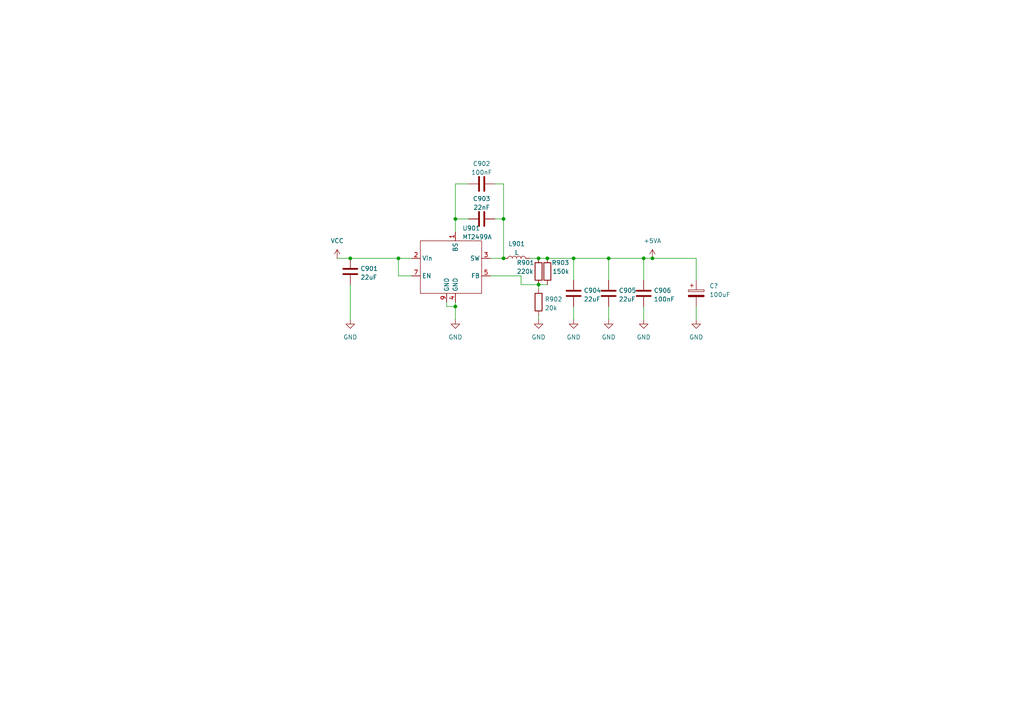
<source format=kicad_sch>
(kicad_sch (version 20231120) (generator "eeschema") (generator_version "8.0")
  (paper "A4")
  (title_block (company "Train-Science"))
  (lib_symbols
    (symbol "Device:C" (pin_numbers hide) (pin_names (offset 0.254))
      (property "Reference" "C" (at 0.635 2.54 0))
      (property "Value" "C" (at 0.635 -2.54 0))
      (symbol "C_0_1"
        (polyline (pts (xy -2.032 -0.762) (xy 2.032 -0.762)) (stroke (width 0.508)))
        (polyline (pts (xy -2.032 0.762) (xy 2.032 0.762)) (stroke (width 0.508)))
      )
      (symbol "C_1_1"
        (pin passive line (at 0 3.81 270) (length 2.794) (name "~") (number "1"))
        (pin passive line (at 0 -3.81 90) (length 2.794) (name "~") (number "2"))
      )
    )
    (symbol "Device:C_Polarized" (pin_numbers hide) (pin_names (offset 0.254))
      (property "Reference" "C" (at 0.635 2.54 0))
      (property "Value" "C_Polarized" (at 0.635 -2.54 0))
      (symbol "C_Polarized_0_1"
        (rectangle (start -2.286 0.508) (end 2.286 1.016))
        (polyline (pts (xy -1.778 2.286) (xy -0.762 2.286)))
        (polyline (pts (xy -1.27 2.794) (xy -1.27 1.778)))
        (rectangle (start 2.286 -0.508) (end -2.286 -1.016) (fill (type outline)))
      )
      (symbol "C_Polarized_1_1"
        (pin passive line (at 0 3.81 270) (length 2.794) (name "~") (number "1"))
        (pin passive line (at 0 -3.81 90) (length 2.794) (name "~") (number "2"))
      )
    )
    (symbol "Device:L" (pin_numbers hide) (pin_names (offset 1.016) hide)
      (property "Reference" "L" (at -1.27 0 90))
      (property "Value" "L" (at 1.905 0 90))
      (symbol "L_0_1"
        (arc (start 0 -2.54) (mid 0.6323 -1.905) (end 0 -1.27))
        (arc (start 0 -1.27) (mid 0.6323 -0.635) (end 0 0))
        (arc (start 0 0) (mid 0.6323 0.635) (end 0 1.27))
        (arc (start 0 1.27) (mid 0.6323 1.905) (end 0 2.54))
      )
      (symbol "L_1_1"
        (pin passive line (at 0 3.81 270) (length 1.27) (name "1") (number "1"))
        (pin passive line (at 0 -3.81 90) (length 1.27) (name "2") (number "2"))
      )
    )
    (symbol "Device:R" (pin_numbers hide) (pin_names (offset 0))
      (property "Reference" "R" (at 2.032 0 90))
      (property "Value" "R" (at 0 0 90))
      (symbol "R_0_1"
        (rectangle (start -1.016 -2.54) (end 1.016 2.54) (stroke (width 0.254)))
      )
      (symbol "R_1_1"
        (pin passive line (at 0 3.81 270) (length 1.27) (name "~") (number "1"))
        (pin passive line (at 0 -3.81 90) (length 1.27) (name "~") (number "2"))
      )
    )
    (symbol "custom_kicad_lib_sk:MT499A"
      (property "Reference" "U1" (at 2.0194 9.999 0))
      (property "Value" "MT499A" (at 2.0194 7.4621 0))
      (symbol "MT499A_0_1"
        (rectangle (start -10.16 6.35) (end 7.62 -8.89) (stroke (width 0.1524)))
      )
      (symbol "MT499A_1_1"
        (pin input line (at 0 8.89 270) (length 2.54) (name "BS") (number "1"))
        (pin power_in line (at -12.7 1.27 0) (length 2.54) (name "Vin") (number "2"))
        (pin input line (at 10.16 1.27 180) (length 2.54) (name "SW") (number "3"))
        (pin power_in line (at 0 -11.43 90) (length 2.54) (name "GND") (number "4"))
        (pin input line (at 10.16 -3.81 180) (length 2.54) (name "FB") (number "5"))
        (pin no_connect line (at 8.89 -11.43 180) (length 2.54) hide (name "NC") (number "6"))
        (pin input line (at -12.7 -3.81 0) (length 2.54) (name "EN") (number "7"))
        (pin no_connect line (at 8.89 -13.97 180) (length 2.54) hide (name "NC") (number "8"))
        (pin input line (at -2.54 -11.43 90) (length 2.54) (name "GND") (number "9"))
      )
    )
    (symbol "power:+5VA" (power) (pin_numbers hide) (pin_names (offset 0) hide)
      (property "Value" "+5VA" (at 0 3.556 0))
      (symbol "+5VA_0_1"
        (polyline (pts (xy -0.762 1.27) (xy 0 2.54)))
        (polyline (pts (xy 0 0) (xy 0 2.54)))
        (polyline (pts (xy 0 2.54) (xy 0.762 1.27)))
      )
      (symbol "+5VA_1_1"
        (pin power_in line (at 0 0 90) (length 0) (name "~") (number "1"))
      )
    )
    (symbol "power:GND" (power) (pin_numbers hide) (pin_names (offset 0) hide)
      (property "Value" "GND" (at 0 -3.81 0))
      (symbol "GND_0_1"
        (polyline (pts (xy 0 0) (xy 0 -1.27) (xy 1.27 -1.27) (xy 0 -2.54) (xy -1.27 -1.27) (xy 0 -1.27)))
      )
      (symbol "GND_1_1"
        (pin power_in line (at 0 0 270) (length 0) (name "~") (number "1"))
      )
    )
    (symbol "power:VCC" (power) (pin_numbers hide) (pin_names (offset 0) hide)
      (property "Value" "VCC" (at 0 3.556 0))
      (symbol "VCC_0_1"
        (polyline (pts (xy -0.762 1.27) (xy 0 2.54)))
        (polyline (pts (xy 0 0) (xy 0 2.54)))
        (polyline (pts (xy 0 2.54) (xy 0.762 1.27)))
      )
      (symbol "VCC_1_1"
        (pin power_in line (at 0 0 90) (length 0) (name "~") (number "1"))
      )
    )
  )
  (junction (at 101.6 74.93))
  (junction (at 176.53 74.93))
  (junction (at 166.37 74.93))
  (junction (at 186.69 74.93))
  (junction (at 115.57 74.93))
  (junction (at 158.75 74.93))
  (junction (at 146.05 74.93))
  (junction (at 132.08 88.9))
  (junction (at 156.21 82.55))
  (junction (at 156.21 74.93))
  (junction (at 189.23 74.93))
  (junction (at 146.05 63.5))
  (junction (at 132.08 63.5))
  (wire (pts (xy 115.57 74.93) (xy 119.38 74.93)))
  (wire (pts (xy 156.21 92.71) (xy 156.21 91.44)))
  (wire (pts (xy 158.75 74.93) (xy 166.37 74.93)))
  (wire (pts (xy 201.93 88.9) (xy 201.93 92.71)))
  (wire (pts (xy 156.21 82.55) (xy 156.21 83.82)))
  (wire (pts (xy 97.79 74.93) (xy 101.6 74.93)))
  (wire (pts (xy 156.21 74.93) (xy 158.75 74.93)))
  (wire (pts (xy 101.6 74.93) (xy 115.57 74.93)))
  (wire (pts (xy 132.08 88.9) (xy 132.08 87.63)))
  (wire (pts (xy 176.53 88.9) (xy 176.53 92.71)))
  (wire (pts (xy 166.37 74.93) (xy 176.53 74.93)))
  (wire (pts (xy 176.53 74.93) (xy 186.69 74.93)))
  (wire (pts (xy 151.13 80.01) (xy 151.13 82.55)))
  (wire (pts (xy 135.89 53.34) (xy 132.08 53.34)))
  (wire (pts (xy 186.69 74.93) (xy 189.23 74.93)))
  (wire (pts (xy 142.24 74.93) (xy 146.05 74.93)))
  (wire (pts (xy 153.67 74.93) (xy 156.21 74.93)))
  (wire (pts (xy 146.05 63.5) (xy 146.05 53.34)))
  (wire (pts (xy 201.93 74.93) (xy 189.23 74.93)))
  (wire (pts (xy 176.53 74.93) (xy 176.53 81.28)))
  (wire (pts (xy 129.54 88.9) (xy 132.08 88.9)))
  (wire (pts (xy 132.08 53.34) (xy 132.08 63.5)))
  (wire (pts (xy 115.57 74.93) (xy 115.57 80.01)))
  (wire (pts (xy 146.05 53.34) (xy 143.51 53.34)))
  (wire (pts (xy 186.69 88.9) (xy 186.69 92.71)))
  (wire (pts (xy 146.05 74.93) (xy 146.05 63.5)))
  (wire (pts (xy 166.37 88.9) (xy 166.37 92.71)))
  (wire (pts (xy 101.6 92.71) (xy 101.6 82.55)))
  (wire (pts (xy 166.37 81.28) (xy 166.37 74.93)))
  (wire (pts (xy 129.54 87.63) (xy 129.54 88.9)))
  (wire (pts (xy 132.08 92.71) (xy 132.08 88.9)))
  (wire (pts (xy 186.69 81.28) (xy 186.69 74.93)))
  (wire (pts (xy 132.08 63.5) (xy 135.89 63.5)))
  (wire (pts (xy 119.38 80.01) (xy 115.57 80.01)))
  (wire (pts (xy 156.21 82.55) (xy 158.75 82.55)))
  (wire (pts (xy 201.93 81.28) (xy 201.93 74.93)))
  (wire (pts (xy 151.13 82.55) (xy 156.21 82.55)))
  (wire (pts (xy 132.08 63.5) (xy 132.08 67.31)))
  (wire (pts (xy 146.05 63.5) (xy 143.51 63.5)))
  (wire (pts (xy 142.24 80.01) (xy 151.13 80.01)))
  (symbol (lib_id "power:GND") (at 166.37 92.71 0) (unit 1)
    (property "Reference" "#PWR0304" (effects (hide yes)))
    (property "Value" "GND" (at 166.37 97.79 0))
    (property "Description" "Power symbol creates a global label with name \"GND\" , ground" (effects (hide yes)))
  )
  (symbol (lib_id "power:GND") (at 176.53 92.71 0) (unit 1)
    (property "Reference" "#PWR0303" (effects (hide yes)))
    (property "Value" "GND" (at 176.53 97.79 0))
    (property "Description" "Power symbol creates a global label with name \"GND\" , ground" (effects (hide yes)))
  )
  (symbol (lib_id "Device:R") (at 158.75 78.74 180) (unit 1)
    (property "Reference" "R903" (at 165.1 76.2 0) (effects (justify left)))
    (property "Value" "150k" (at 165.1 78.74 0) (effects (justify left)))
    (property "Footprint" "Resistor_SMD:R_0603_1608Metric" (effects (hide yes)))
    (property "JLCPCB Part#" "C22807" (effects (hide yes)))
    (instances (project "OS-ServoDriver" (path "" (reference "R903") (unit 1))) (project "buck_5V" (path "" (reference "R903") (unit 1))) (project "general_schematics" (path "" (reference "R1503") (unit 1))))
  )
  (symbol (lib_id "power:GND") (at 101.6 92.71 0) (unit 1)
    (property "Reference" "#PWR0308" (effects (hide yes)))
    (property "Value" "GND" (at 101.6 97.79 0))
    (property "Description" "Power symbol creates a global label with name \"GND\" , ground" (effects (hide yes)))
  )
  (symbol (lib_id "Device:C") (at 139.7 53.34 90) (unit 1)
    (property "Reference" "C902" (at 139.7 47.4812 90))
    (property "Value" "100nF" (at 139.7 50.0181 90))
    (property "Footprint" "Capacitor_SMD:C_0402_1005Metric" (effects (hide yes)))
    (property "JLCPCB Part#" "C307331" (effects (hide yes)))
    (instances (project "OS-ServoDriver" (path "" (reference "C902") (unit 1))) (project "buck_5V" (path "" (reference "C902") (unit 1))) (project "general_schematics" (path "" (reference "C1502") (unit 1))))
  )
  (symbol (lib_id "Device:C") (at 139.7 63.5 90) (unit 1)
    (property "Reference" "C903" (at 139.7 57.6412 90))
    (property "Value" "22nF" (at 139.7 60.1781 90))
    (property "Footprint" "Capacitor_SMD:C_0402_1005Metric" (effects (hide yes)))
    (property "JLCPCB Part#" "C1729" (effects (hide yes)))
    (instances (project "OS-ServoDriver" (path "" (reference "C903") (unit 1))) (project "buck_5V" (path "" (reference "C903") (unit 1))) (project "general_schematics" (path "" (reference "C1503") (unit 1))))
  )
  (symbol (lib_id "Device:L") (at 149.86 74.93 90) (unit 1)
    (property "Reference" "L901" (at 149.86 70.7222 90))
    (property "Value" "L" (at 149.86 73.2591 90))
    (property "Footprint" "Inductor_SMD:L_Bourns-SRU8028_8.0x8.0mm" (effects (hide yes)))
    (property "JLCPCB Part#" "C2929438" (effects (hide yes)))
    (instances (project "OS-ServoDriver" (path "" (reference "L901") (unit 1))) (project "buck_5V" (path "" (reference "L901") (unit 1))) (project "general_schematics" (path "" (reference "L1501") (unit 1))))
  )
  (symbol (lib_id "power:GND") (at 186.69 92.71 0) (unit 1)
    (property "Reference" "#PWR0302" (effects (hide yes)))
    (property "Value" "GND" (at 186.69 97.79 0))
    (property "Description" "Power symbol creates a global label with name \"GND\" , ground" (effects (hide yes)))
  )
  (symbol (lib_id "power:GND") (at 156.21 92.71 0) (unit 1)
    (property "Reference" "#PWR0305" (effects (hide yes)))
    (property "Value" "GND" (at 156.21 97.79 0))
    (property "Description" "Power symbol creates a global label with name \"GND\" , ground" (effects (hide yes)))
  )
  (symbol (lib_id "Device:C") (at 176.53 85.09 0) (unit 1)
    (property "Reference" "C905" (at 179.451 84.2553 0) (effects (justify left)))
    (property "Value" "22uF" (at 179.451 86.7922 0) (effects (justify left)))
    (property "Footprint" "Capacitor_SMD:C_0603_1608Metric" (effects (hide yes)))
    (property "JLCPCB Part#" "C45783" (effects (hide yes)))
    (instances (project "OS-ServoDriver" (path "" (reference "C905") (unit 1))) (project "buck_5V" (path "" (reference "C905") (unit 1))) (project "general_schematics" (path "" (reference "C1505") (unit 1))))
  )
  (symbol (lib_id "power:GND") (at 132.08 92.71 0) (unit 1)
    (property "Reference" "#PWR0306" (effects (hide yes)))
    (property "Value" "GND" (at 132.08 97.79 0))
    (property "Description" "Power symbol creates a global label with name \"GND\" , ground" (effects (hide yes)))
  )
  (symbol (lib_id "power:GND") (at 201.93 92.71 0) (unit 1)
    (property "Reference" "#PWR0309" (effects (hide yes)))
    (property "Value" "GND" (at 201.93 97.79 0))
    (property "Description" "Power symbol creates a global label with name \"GND\" , ground" (effects (hide yes)))
  )
  (symbol (lib_id "Device:C") (at 101.6 78.74 0) (unit 1)
    (property "Reference" "C901" (at 104.521 77.9053 0) (effects (justify left)))
    (property "Value" "22uF" (at 104.521 80.4422 0) (effects (justify left)))
    (property "Footprint" "Capacitor_SMD:C_0603_1608Metric" (effects (hide yes)))
    (property "JLCPCB Part#" "C45783" (effects (hide yes)))
    (instances (project "OS-ServoDriver" (path "" (reference "C901") (unit 1))) (project "buck_5V" (path "" (reference "C901") (unit 1))) (project "general_schematics" (path "" (reference "C1501") (unit 1))))
  )
  (symbol (lib_id "Device:C_Polarized") (at 201.93 85.09 0) (unit 1)
    (property "Reference" "C?" (at 205.74 82.931 0) (effects (justify left)))
    (property "Value" "100uF" (at 205.74 85.471 0) (effects (justify left)))
    (property "Footprint" "Capacitor_THT:CP_Radial_D8.0mm_P3.80mm" (effects (hide yes)))
  )
  (symbol (lib_id "Device:R") (at 156.21 87.63 0) (unit 1)
    (property "Reference" "R902" (at 157.988 86.7953 0) (effects (justify left)))
    (property "Value" "20k" (at 157.988 89.3322 0) (effects (justify left)))
    (property "Footprint" "Resistor_SMD:R_0603_1608Metric" (effects (hide yes)))
    (property "JLCPCB Part#" "C4328" (effects (hide yes)))
    (instances (project "OS-ServoDriver" (path "" (reference "R902") (unit 1))) (project "buck_5V" (path "" (reference "R902") (unit 1))) (project "general_schematics" (path "" (reference "R1502") (unit 1))))
  )
  (symbol (lib_id "power:+5VA") (at 189.23 74.93 0) (unit 1)
    (property "Reference" "#PWR0307" (effects (hide yes)))
    (property "Value" "+5VA" (at 189.23 69.85 0))
    (property "Description" "Power symbol creates a global label with name \"+5VA\"" (effects (hide yes)))
  )
  (symbol (lib_id "custom_kicad_lib_sk:MT499A") (at 132.08 76.2 0) (unit 1)
    (property "Reference" "U901" (at 134.0994 66.201 0) (effects (justify left)))
    (property "Value" "MT2499A" (at 134.0994 68.7379 0) (effects (justify left)))
    (property "Footprint" "Package_SO:TI_SO-PowerPAD-8" (effects (hide yes)))
    (property "Datasheet" "https://datasheet.lcsc.com/lcsc/2205121200_XI-AN-Aerosemi-Tech-MT2499A_C3007555.pdf" (effects (hide yes)))
    (property "JLCPCB Part#" "C3007555" (effects (hide yes)))
    (instances (project "OS-ServoDriver" (path "" (reference "U901") (unit 1))) (project "buck_5V" (path "" (reference "U901") (unit 1))) (project "general_schematics" (path "" (reference "U1501") (unit 1))))
  )
  (symbol (lib_id "Device:C") (at 166.37 85.09 0) (unit 1)
    (property "Reference" "C904" (at 169.291 84.2553 0) (effects (justify left)))
    (property "Value" "22uF" (at 169.291 86.7922 0) (effects (justify left)))
    (property "Footprint" "Capacitor_SMD:C_0603_1608Metric" (effects (hide yes)))
    (property "JLCPCB Part#" "C45783" (effects (hide yes)))
    (instances (project "OS-ServoDriver" (path "" (reference "C904") (unit 1))) (project "buck_5V" (path "" (reference "C904") (unit 1))) (project "general_schematics" (path "" (reference "C1504") (unit 1))))
  )
  (symbol (lib_id "Device:R") (at 156.21 78.74 0) (unit 1)
    (property "Reference" "R901" (at 149.86 76.2 0) (effects (justify left)))
    (property "Value" "220k" (at 149.86 78.74 0) (effects (justify left)))
    (property "Footprint" "Resistor_SMD:R_0603_1608Metric" (effects (hide yes)))
    (property "JLCPCB Part#" "C22961" (effects (hide yes)))
    (instances (project "OS-ServoDriver" (path "" (reference "R901") (unit 1))) (project "buck_5V" (path "" (reference "R901") (unit 1))) (project "general_schematics" (path "" (reference "R1501") (unit 1))))
  )
  (symbol (lib_id "Device:C") (at 186.69 85.09 0) (unit 1)
    (property "Reference" "C906" (at 189.611 84.2553 0) (effects (justify left)))
    (property "Value" "100nF" (at 189.611 86.7922 0) (effects (justify left)))
    (property "Footprint" "Capacitor_SMD:C_0402_1005Metric" (effects (hide yes)))
    (property "JLCPCB Part#" "C307331" (effects (hide yes)))
    (instances (project "OS-ServoDriver" (path "" (reference "C906") (unit 1))) (project "buck_5V" (path "" (reference "C906") (unit 1))) (project "general_schematics" (path "" (reference "C1506") (unit 1))))
  )
  (symbol (lib_id "power:VCC") (at 97.79 74.93 0) (unit 1)
    (property "Reference" "#PWR0301" (effects (hide yes)))
    (property "Value" "VCC" (at 97.79 69.85 0))
    (property "Description" "Power symbol creates a global label with name \"VCC\"" (effects (hide yes)))
  )
)
</source>
